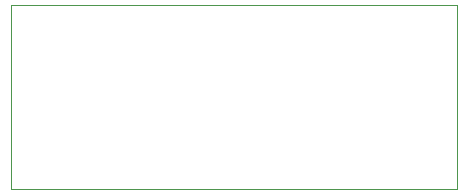
<source format=gbr>
%TF.GenerationSoftware,KiCad,Pcbnew,8.0.2-1*%
%TF.CreationDate,2024-09-02T18:13:03-04:00*%
%TF.ProjectId,usb-power,7573622d-706f-4776-9572-2e6b69636164,rev?*%
%TF.SameCoordinates,Original*%
%TF.FileFunction,Profile,NP*%
%FSLAX46Y46*%
G04 Gerber Fmt 4.6, Leading zero omitted, Abs format (unit mm)*
G04 Created by KiCad (PCBNEW 8.0.2-1) date 2024-09-02 18:13:03*
%MOMM*%
%LPD*%
G01*
G04 APERTURE LIST*
%TA.AperFunction,Profile*%
%ADD10C,0.050000*%
%TD*%
G04 APERTURE END LIST*
D10*
X131300000Y-84900000D02*
X169000000Y-84900000D01*
X169000000Y-100500000D01*
X131300000Y-100500000D01*
X131300000Y-84900000D01*
M02*

</source>
